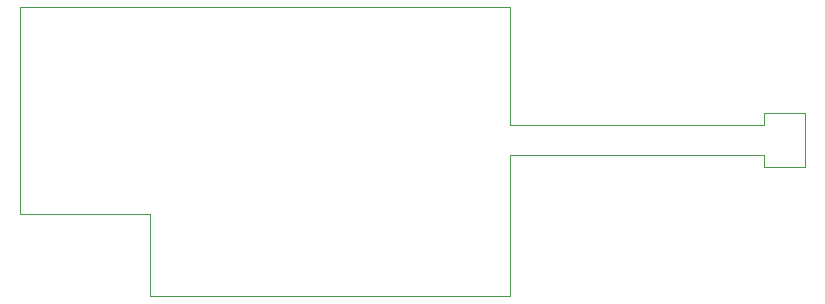
<source format=gm1>
%TF.GenerationSoftware,KiCad,Pcbnew,9.0.7*%
%TF.CreationDate,2026-02-11T09:18:12+01:00*%
%TF.ProjectId,przetwornik,70727a65-7477-46f7-926e-696b2e6b6963,rev?*%
%TF.SameCoordinates,Original*%
%TF.FileFunction,Profile,NP*%
%FSLAX46Y46*%
G04 Gerber Fmt 4.6, Leading zero omitted, Abs format (unit mm)*
G04 Created by KiCad (PCBNEW 9.0.7) date 2026-02-11 09:18:12*
%MOMM*%
%LPD*%
G01*
G04 APERTURE LIST*
%TA.AperFunction,Profile*%
%ADD10C,0.050000*%
%TD*%
G04 APERTURE END LIST*
D10*
X196000000Y-83500000D02*
X196000000Y-100000000D01*
X237500000Y-108000000D02*
X237500000Y-96000000D01*
X259000000Y-97000000D02*
X262500000Y-97000000D01*
X259000000Y-97000000D02*
X259000000Y-96000000D01*
X239000000Y-93500000D02*
X237500000Y-93500000D01*
X237500000Y-83500000D02*
X207500000Y-83500000D01*
X241000000Y-93500000D02*
X239000000Y-93500000D01*
X248000000Y-93500000D02*
X241000000Y-93500000D01*
X197000000Y-101000000D02*
X196500000Y-101000000D01*
X237500000Y-93500000D02*
X237500000Y-83500000D01*
X196000000Y-101000000D02*
X196500000Y-101000000D01*
X207000000Y-108000000D02*
X207500000Y-108000000D01*
X237500000Y-96000000D02*
X241000000Y-96000000D01*
X196500000Y-83500000D02*
X196000000Y-83500000D01*
X196000000Y-100000000D02*
X196000000Y-101000000D01*
X207000000Y-101000000D02*
X207000000Y-108000000D01*
X262500000Y-97000000D02*
X262500000Y-92500000D01*
X197000000Y-101000000D02*
X207000000Y-101000000D01*
X262500000Y-92500000D02*
X259000000Y-92500000D01*
X241000000Y-96000000D02*
X248000000Y-96000000D01*
X248000000Y-93500000D02*
X259000000Y-93500000D01*
X207500000Y-108000000D02*
X237500000Y-108000000D01*
X259000000Y-96000000D02*
X248000000Y-96000000D01*
X197000000Y-83500000D02*
X196500000Y-83500000D01*
X259000000Y-92500000D02*
X259000000Y-93500000D01*
X207500000Y-83500000D02*
X197000000Y-83500000D01*
M02*

</source>
